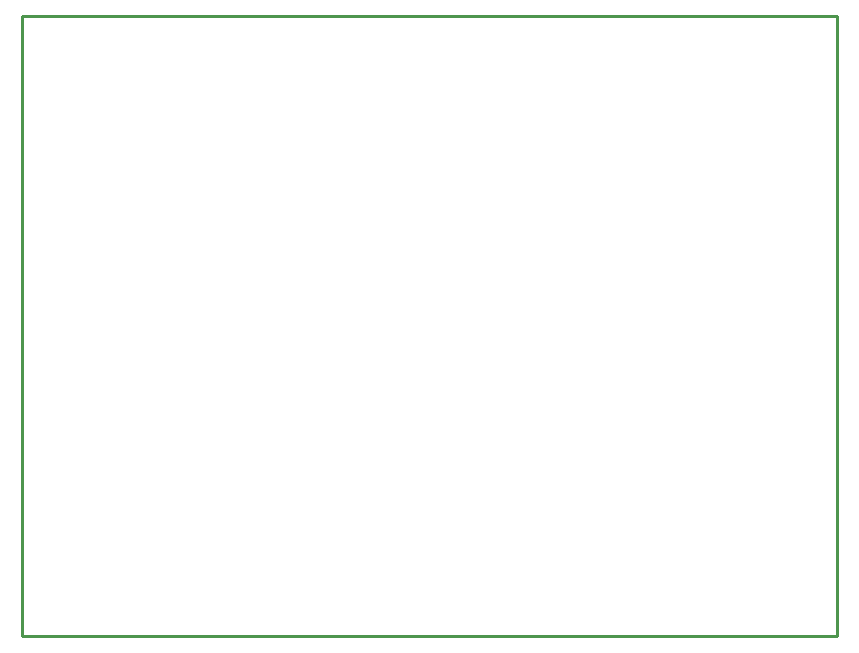
<source format=gko>
G04*
G04 #@! TF.GenerationSoftware,Altium Limited,Altium Designer,22.10.1 (41)*
G04*
G04 Layer_Color=16711935*
%FSLAX25Y25*%
%MOIN*%
G70*
G04*
G04 #@! TF.SameCoordinates,21556AB6-08DB-41F7-8633-05A54B1CEEA3*
G04*
G04*
G04 #@! TF.FilePolarity,Positive*
G04*
G01*
G75*
%ADD12C,0.01000*%
D12*
X0Y0D02*
X271654D01*
X271654Y206500D02*
X271654Y0D01*
X0Y206500D02*
X271654D01*
X0Y0D02*
Y206500D01*
M02*

</source>
